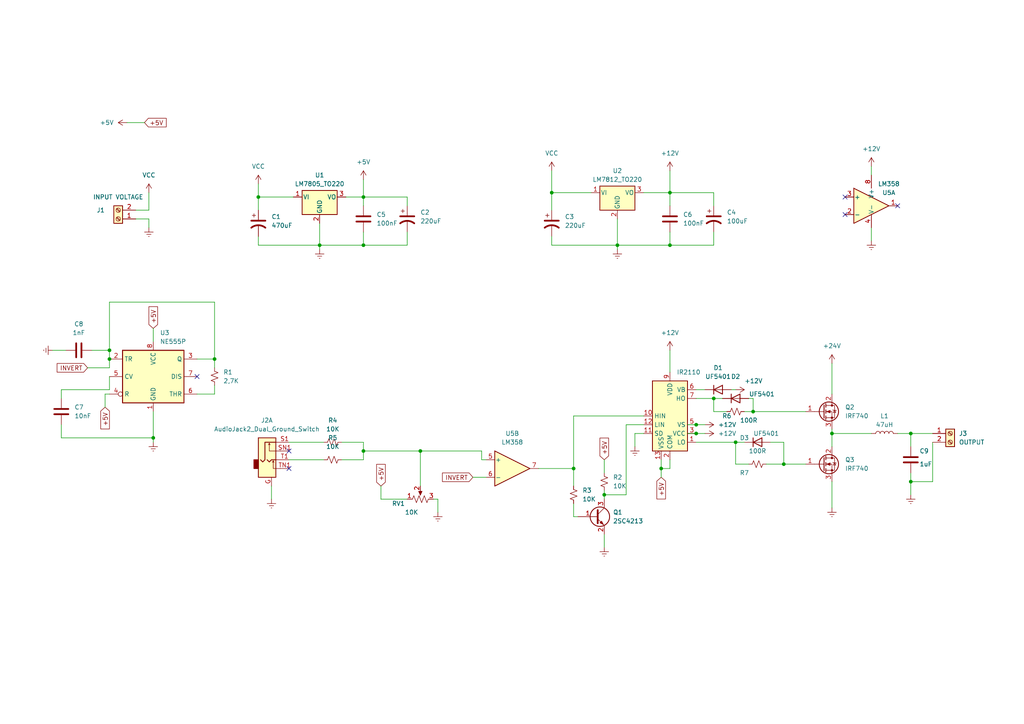
<source format=kicad_sch>
(kicad_sch (version 20230121) (generator eeschema)
  (paper "A4")
  (lib_symbols
    (symbol "Amplifier_Operational:LM358" (pin_names (offset 0.127))
      (property "Reference" "U" (at 0 5.08 0))
      (property "Value" "LM358" (at 0 -5.08 0))
      (symbol "LM358_1_1"
        (polyline (pts (xy -5.08 5.08) (xy 5.08 0) (xy -5.08 -5.08) (xy -5.08 5.08)) (stroke (width 0.254)) (fill (type background)))
        (pin output line (at 7.62 0 180) (length 2.54) (name "~") (number "1"))
        (pin input line (at -7.62 -2.54 0) (length 2.54) (name "-") (number "2"))
        (pin input line (at -7.62 2.54 0) (length 2.54) (name "+") (number "3"))
      )
      (symbol "LM358_2_1"
        (polyline (pts (xy -5.08 5.08) (xy 5.08 0) (xy -5.08 -5.08) (xy -5.08 5.08)) (stroke (width 0.254)) (fill (type background)))
        (pin input line (at -7.62 2.54 0) (length 2.54) (name "+") (number "5"))
        (pin input line (at -7.62 -2.54 0) (length 2.54) (name "-") (number "6"))
        (pin output line (at 7.62 0 180) (length 2.54) (name "~") (number "7"))
      )
      (symbol "LM358_3_1"
        (pin power_in line (at -2.54 -7.62 90) (length 3.81) (name "V-") (number "4"))
        (pin power_in line (at -2.54 7.62 270) (length 3.81) (name "V+") (number "8"))
      )
    )
    (symbol "Connector:Screw_Terminal_01x02" (pin_names (offset 1.016) hide)
      (property "Reference" "J" (at 0 2.54 0))
      (property "Value" "Screw_Terminal_01x02" (at 0 -5.08 0))
      (symbol "Screw_Terminal_01x02_1_1"
        (rectangle (start -1.27 1.27) (end 1.27 -3.81) (stroke (width 0.254)) (fill (type background)))
        (circle (center 0 -2.54) (radius 0.635) (stroke (width 0.1524)))
        (polyline (pts (xy -0.5334 -2.2098) (xy 0.3302 -3.048)) (stroke (width 0.1524)))
        (polyline (pts (xy -0.5334 0.3302) (xy 0.3302 -0.508)) (stroke (width 0.1524)))
        (polyline (pts (xy -0.3556 -2.032) (xy 0.508 -2.8702)) (stroke (width 0.1524)))
        (polyline (pts (xy -0.3556 0.508) (xy 0.508 -0.3302)) (stroke (width 0.1524)))
        (circle (center 0 0) (radius 0.635) (stroke (width 0.1524)))
        (pin passive line (at -5.08 0 0) (length 3.81) (name "Pin_1") (number "1"))
        (pin passive line (at -5.08 -2.54 0) (length 3.81) (name "Pin_2") (number "2"))
      )
    )
    (symbol "Connector_Audio:AudioJack2_Dual_Ground_Switch"
      (property "Reference" "J" (at 0 11.43 0))
      (property "Value" "AudioJack2_Dual_Ground_Switch" (at 0 8.89 0))
      (symbol "AudioJack2_Dual_Ground_Switch_0_1"
        (rectangle (start -5.08 0) (end -3.81 -2.54) (stroke (width 0.254)) (fill (type outline)))
        (polyline (pts (xy -0.635 4.826) (xy -0.381 4.318)))
        (polyline (pts (xy 0.508 -0.254) (xy 0.762 -0.762)))
        (polyline (pts (xy 1.27 -2.54) (xy 2.54 -2.54)))
        (polyline (pts (xy 1.27 2.54) (xy 2.54 2.54)))
        (polyline (pts (xy 2.54 0) (xy 1.27 0)))
        (polyline (pts (xy 2.54 5.08) (xy 1.27 5.08)))
        (polyline (pts (xy -1.27 0) (xy -0.635 -0.635) (xy 0 0) (xy 1.27 0)) (stroke (width 0.254)))
        (polyline (pts (xy 1.27 -2.54) (xy 0.508 -2.54) (xy 0.508 -0.254) (xy 0.254 -0.762)))
        (polyline (pts (xy 1.27 2.54) (xy -0.635 2.54) (xy -0.635 4.826) (xy -0.889 4.318)))
        (polyline (pts (xy 1.27 5.08) (xy -1.905 5.08) (xy -1.905 0) (xy -2.54 -0.635) (xy -3.175 0)) (stroke (width 0.254)))
        (rectangle (start 1.27 6.35) (end -3.81 -5.08) (stroke (width 0.254)) (fill (type background)))
      )
      (symbol "AudioJack2_Dual_Ground_Switch_1_1"
        (pin passive line (at 0 -7.62 90) (length 2.54) (name "~") (number "G"))
        (pin passive line (at 5.08 5.08 180) (length 2.54) (name "~") (number "S1"))
        (pin passive line (at 5.08 2.54 180) (length 2.54) (name "~") (number "SN1"))
        (pin passive line (at 5.08 0 180) (length 2.54) (name "~") (number "T1"))
        (pin passive line (at 5.08 -2.54 180) (length 2.54) (name "~") (number "TN1"))
      )
      (symbol "AudioJack2_Dual_Ground_Switch_2_1"
        (pin passive line (at 5.08 5.08 180) (length 2.54) (name "~") (number "S2"))
        (pin passive line (at 5.08 2.54 180) (length 2.54) (name "~") (number "SN2"))
        (pin passive line (at 5.08 0 180) (length 2.54) (name "~") (number "T2"))
        (pin passive line (at 5.08 -2.54 180) (length 2.54) (name "~") (number "TN2"))
      )
    )
    (symbol "Device:C" (pin_numbers hide) (pin_names (offset 0.254))
      (property "Reference" "C" (at 0.635 2.54 0))
      (property "Value" "C" (at 0.635 -2.54 0))
      (symbol "C_0_1"
        (polyline (pts (xy -2.032 -0.762) (xy 2.032 -0.762)) (stroke (width 0.508)))
        (polyline (pts (xy -2.032 0.762) (xy 2.032 0.762)) (stroke (width 0.508)))
      )
      (symbol "C_1_1"
        (pin passive line (at 0 3.81 270) (length 2.794) (name "~") (number "1"))
        (pin passive line (at 0 -3.81 90) (length 2.794) (name "~") (number "2"))
      )
    )
    (symbol "Device:C_Polarized_US" (pin_numbers hide) (pin_names (offset 0.254) hide)
      (property "Reference" "C" (at 0.635 2.54 0))
      (property "Value" "C_Polarized_US" (at 0.635 -2.54 0))
      (symbol "C_Polarized_US_0_1"
        (polyline (pts (xy -2.032 0.762) (xy 2.032 0.762)) (stroke (width 0.508)))
        (polyline (pts (xy -1.778 2.286) (xy -0.762 2.286)))
        (polyline (pts (xy -1.27 1.778) (xy -1.27 2.794)))
        (arc (start 2.032 -1.27) (mid 0 -0.5572) (end -2.032 -1.27) (stroke (width 0.508)))
      )
      (symbol "C_Polarized_US_1_1"
        (pin passive line (at 0 3.81 270) (length 2.794) (name "~") (number "1"))
        (pin passive line (at 0 -3.81 90) (length 3.302) (name "~") (number "2"))
      )
    )
    (symbol "Device:L" (pin_numbers hide) (pin_names (offset 1.016) hide)
      (property "Reference" "L" (at -1.27 0 90))
      (property "Value" "L" (at 1.905 0 90))
      (symbol "L_0_1"
        (arc (start 0 -2.54) (mid 0.6323 -1.905) (end 0 -1.27))
        (arc (start 0 -1.27) (mid 0.6323 -0.635) (end 0 0))
        (arc (start 0 0) (mid 0.6323 0.635) (end 0 1.27))
        (arc (start 0 1.27) (mid 0.6323 1.905) (end 0 2.54))
      )
      (symbol "L_1_1"
        (pin passive line (at 0 3.81 270) (length 1.27) (name "1") (number "1"))
        (pin passive line (at 0 -3.81 90) (length 1.27) (name "2") (number "2"))
      )
    )
    (symbol "Device:R_Potentiometer_US" (pin_names (offset 1.016) hide)
      (property "Reference" "RV" (at -4.445 0 90))
      (property "Value" "R_Potentiometer_US" (at -2.54 0 90))
      (symbol "R_Potentiometer_US_0_1"
        (polyline (pts (xy 0 -2.286) (xy 0 -2.54)))
        (polyline (pts (xy 0 2.54) (xy 0 2.286)))
        (polyline (pts (xy 2.54 0) (xy 1.524 0)))
        (polyline (pts (xy 1.143 0) (xy 2.286 0.508) (xy 2.286 -0.508) (xy 1.143 0)) (fill (type outline)))
        (polyline (pts (xy 0 -0.762) (xy 1.016 -1.143) (xy 0 -1.524) (xy -1.016 -1.905) (xy 0 -2.286)))
        (polyline (pts (xy 0 0.762) (xy 1.016 0.381) (xy 0 0) (xy -1.016 -0.381) (xy 0 -0.762)))
        (polyline (pts (xy 0 2.286) (xy 1.016 1.905) (xy 0 1.524) (xy -1.016 1.143) (xy 0 0.762)))
      )
      (symbol "R_Potentiometer_US_1_1"
        (pin passive line (at 0 3.81 270) (length 1.27) (name "1") (number "1"))
        (pin passive line (at 3.81 0 180) (length 1.27) (name "2") (number "2"))
        (pin passive line (at 0 -3.81 90) (length 1.27) (name "3") (number "3"))
      )
    )
    (symbol "Device:R_Small_US" (pin_numbers hide) (pin_names (offset 0.254) hide)
      (property "Reference" "R" (at 0.762 0.508 0))
      (property "Value" "R_Small_US" (at 0.762 -1.016 0))
      (symbol "R_Small_US_1_1"
        (polyline (pts (xy 0 0) (xy 1.016 -0.381) (xy 0 -0.762) (xy -1.016 -1.143) (xy 0 -1.524)))
        (polyline (pts (xy 0 1.524) (xy 1.016 1.143) (xy 0 0.762) (xy -1.016 0.381) (xy 0 0)))
        (pin passive line (at 0 2.54 270) (length 1.016) (name "~") (number "1"))
        (pin passive line (at 0 -2.54 90) (length 1.016) (name "~") (number "2"))
      )
    )
    (symbol "Diode:UF5401" (pin_numbers hide) (pin_names hide)
      (property "Reference" "D" (at 0 2.54 0))
      (property "Value" "UF5401" (at 0 -2.54 0))
      (symbol "UF5401_0_1"
        (polyline (pts (xy -1.27 1.27) (xy -1.27 -1.27)) (stroke (width 0.254)))
        (polyline (pts (xy 1.27 0) (xy -1.27 0)))
        (polyline (pts (xy 1.27 1.27) (xy 1.27 -1.27) (xy -1.27 0) (xy 1.27 1.27)) (stroke (width 0.254)))
      )
      (symbol "UF5401_1_1"
        (pin passive line (at -3.81 0 0) (length 2.54) (name "K") (number "1"))
        (pin passive line (at 3.81 0 180) (length 2.54) (name "A") (number "2"))
      )
    )
    (symbol "Driver_FET:IR2110"
      (property "Reference" "U" (at 1.27 13.335 0))
      (property "Value" "IR2110" (at 1.27 11.43 0))
      (symbol "IR2110_0_1"
        (rectangle (start -5.08 -10.16) (end 5.08 10.16) (stroke (width 0.254)) (fill (type background)))
      )
      (symbol "IR2110_1_1"
        (pin output line (at 7.62 -7.62 180) (length 2.54) (name "LO") (number "1"))
        (pin input line (at -7.62 0 0) (length 2.54) (name "HIN") (number "10"))
        (pin input line (at -7.62 -5.08 0) (length 2.54) (name "SD") (number "11"))
        (pin input line (at -7.62 -2.54 0) (length 2.54) (name "LIN") (number "12"))
        (pin power_in line (at -2.54 -12.7 90) (length 2.54) (name "VSS") (number "13"))
        (pin no_connect line (at -5.08 2.54 0) (length 2.54) hide (name "NC") (number "14"))
        (pin power_in line (at 0 -12.7 90) (length 2.54) (name "COM") (number "2"))
        (pin power_in line (at 7.62 -5.08 180) (length 2.54) (name "VCC") (number "3"))
        (pin no_connect line (at -5.08 7.62 0) (length 2.54) hide (name "NC") (number "4"))
        (pin passive line (at 7.62 -2.54 180) (length 2.54) (name "VS") (number "5"))
        (pin passive line (at 7.62 7.62 180) (length 2.54) (name "VB") (number "6"))
        (pin output line (at 7.62 5.08 180) (length 2.54) (name "HO") (number "7"))
        (pin no_connect line (at -5.08 5.08 0) (length 2.54) hide (name "NC") (number "8"))
        (pin power_in line (at 0 12.7 270) (length 2.54) (name "VDD") (number "9"))
      )
    )
    (symbol "Regulator_Linear:LM7805_TO220" (pin_names (offset 0.254))
      (property "Reference" "U" (at -3.81 3.175 0))
      (property "Value" "LM7805_TO220" (at 0 3.175 0))
      (symbol "LM7805_TO220_0_1"
        (rectangle (start -5.08 1.905) (end 5.08 -5.08) (stroke (width 0.254)) (fill (type background)))
      )
      (symbol "LM7805_TO220_1_1"
        (pin power_in line (at -7.62 0 0) (length 2.54) (name "VI") (number "1"))
        (pin power_in line (at 0 -7.62 90) (length 2.54) (name "GND") (number "2"))
        (pin power_out line (at 7.62 0 180) (length 2.54) (name "VO") (number "3"))
      )
    )
    (symbol "Regulator_Linear:LM7812_TO220" (pin_names (offset 0.254))
      (property "Reference" "U" (at -3.81 3.175 0))
      (property "Value" "LM7812_TO220" (at 0 3.175 0))
      (symbol "LM7812_TO220_0_1"
        (rectangle (start -5.08 1.905) (end 5.08 -5.08) (stroke (width 0.254)) (fill (type background)))
      )
      (symbol "LM7812_TO220_1_1"
        (pin power_in line (at -7.62 0 0) (length 2.54) (name "VI") (number "1"))
        (pin power_in line (at 0 -7.62 90) (length 2.54) (name "GND") (number "2"))
        (pin power_out line (at 7.62 0 180) (length 2.54) (name "VO") (number "3"))
      )
    )
    (symbol "Timer:NE555P"
      (property "Reference" "U" (at -10.16 8.89 0))
      (property "Value" "NE555P" (at 2.54 8.89 0))
      (symbol "NE555P_0_0"
        (pin power_in line (at 0 -10.16 90) (length 2.54) (name "GND") (number "1"))
        (pin power_in line (at 0 10.16 270) (length 2.54) (name "VCC") (number "8"))
      )
      (symbol "NE555P_0_1"
        (rectangle (start -8.89 -7.62) (end 8.89 7.62) (stroke (width 0.254)) (fill (type background)))
        (rectangle (start -8.89 -7.62) (end 8.89 7.62) (stroke (width 0.254)) (fill (type background)))
      )
      (symbol "NE555P_1_1"
        (pin input line (at -12.7 5.08 0) (length 3.81) (name "TR") (number "2"))
        (pin output line (at 12.7 5.08 180) (length 3.81) (name "Q") (number "3"))
        (pin input inverted (at -12.7 -5.08 0) (length 3.81) (name "R") (number "4"))
        (pin input line (at -12.7 0 0) (length 3.81) (name "CV") (number "5"))
        (pin input line (at 12.7 -5.08 180) (length 3.81) (name "THR") (number "6"))
        (pin input line (at 12.7 0 180) (length 3.81) (name "DIS") (number "7"))
      )
    )
    (symbol "Transistor_BJT:2SC4213" (pin_names (offset 0) hide)
      (property "Reference" "Q" (at 5.08 1.905 0))
      (property "Value" "2SC4213" (at 5.08 0 0))
      (symbol "2SC4213_0_1"
        (polyline (pts (xy 0.635 0.635) (xy 2.54 2.54)))
        (polyline (pts (xy 0.635 -0.635) (xy 2.54 -2.54) (xy 2.54 -2.54)))
        (polyline (pts (xy 0.635 1.905) (xy 0.635 -1.905) (xy 0.635 -1.905)) (stroke (width 0.508)))
        (polyline (pts (xy 1.27 -1.778) (xy 1.778 -1.27) (xy 2.286 -2.286) (xy 1.27 -1.778) (xy 1.27 -1.778)) (fill (type outline)))
        (circle (center 1.27 0) (radius 2.8194) (stroke (width 0.254)))
      )
      (symbol "2SC4213_1_1"
        (pin input line (at -5.08 0 0) (length 5.715) (name "B") (number "1"))
        (pin passive line (at 2.54 -5.08 90) (length 2.54) (name "E") (number "2"))
        (pin passive line (at 2.54 5.08 270) (length 2.54) (name "C") (number "3"))
      )
    )
    (symbol "Transistor_FET:IRF740" (pin_names hide)
      (property "Reference" "Q" (at 6.35 1.905 0))
      (property "Value" "IRF740" (at 6.35 0 0))
      (symbol "IRF740_0_1"
        (polyline (pts (xy 0.254 0) (xy -2.54 0)))
        (polyline (pts (xy 0.254 1.905) (xy 0.254 -1.905)) (stroke (width 0.254)))
        (polyline (pts (xy 0.762 -1.27) (xy 0.762 -2.286)) (stroke (width 0.254)))
        (polyline (pts (xy 0.762 0.508) (xy 0.762 -0.508)) (stroke (width 0.254)))
        (polyline (pts (xy 0.762 2.286) (xy 0.762 1.27)) (stroke (width 0.254)))
        (polyline (pts (xy 2.54 2.54) (xy 2.54 1.778)))
        (polyline (pts (xy 2.54 -2.54) (xy 2.54 0) (xy 0.762 0)))
        (polyline (pts (xy 0.762 -1.778) (xy 3.302 -1.778) (xy 3.302 1.778) (xy 0.762 1.778)))
        (polyline (pts (xy 1.016 0) (xy 2.032 0.381) (xy 2.032 -0.381) (xy 1.016 0)) (fill (type outline)))
        (polyline (pts (xy 2.794 0.508) (xy 2.921 0.381) (xy 3.683 0.381) (xy 3.81 0.254)))
        (polyline (pts (xy 3.302 0.381) (xy 2.921 -0.254) (xy 3.683 -0.254) (xy 3.302 0.381)))
        (circle (center 1.651 0) (radius 2.794) (stroke (width 0.254)))
        (circle (center 2.54 -1.778) (radius 0.254) (fill (type outline)))
        (circle (center 2.54 1.778) (radius 0.254) (fill (type outline)))
      )
      (symbol "IRF740_1_1"
        (pin input line (at -5.08 0 0) (length 2.54) (name "G") (number "1"))
        (pin passive line (at 2.54 5.08 270) (length 2.54) (name "D") (number "2"))
        (pin passive line (at 2.54 -5.08 90) (length 2.54) (name "S") (number "3"))
      )
    )
    (symbol "power:+12V" (power) (pin_names (offset 0))
      (property "Value" "+12V" (at 0 3.556 0))
      (symbol "+12V_0_1"
        (polyline (pts (xy -0.762 1.27) (xy 0 2.54)))
        (polyline (pts (xy 0 0) (xy 0 2.54)))
        (polyline (pts (xy 0 2.54) (xy 0.762 1.27)))
      )
      (symbol "+12V_1_1"
        (pin power_in line (at 0 0 90) (length 0) hide (name "+12V") (number "1"))
      )
    )
    (symbol "power:+24V" (power) (pin_names (offset 0))
      (property "Value" "+24V" (at 0 3.556 0))
      (symbol "+24V_0_1"
        (polyline (pts (xy -0.762 1.27) (xy 0 2.54)))
        (polyline (pts (xy 0 0) (xy 0 2.54)))
        (polyline (pts (xy 0 2.54) (xy 0.762 1.27)))
      )
      (symbol "+24V_1_1"
        (pin power_in line (at 0 0 90) (length 0) hide (name "+24V") (number "1"))
      )
    )
    (symbol "power:+5V" (power) (pin_names (offset 0))
      (property "Value" "+5V" (at 0 3.556 0))
      (symbol "+5V_0_1"
        (polyline (pts (xy -0.762 1.27) (xy 0 2.54)))
        (polyline (pts (xy 0 0) (xy 0 2.54)))
        (polyline (pts (xy 0 2.54) (xy 0.762 1.27)))
      )
      (symbol "+5V_1_1"
        (pin power_in line (at 0 0 90) (length 0) hide (name "+5V") (number "1"))
      )
    )
    (symbol "power:Earth" (power) (pin_names (offset 0))
      (symbol "Earth_0_1"
        (polyline (pts (xy -0.635 -1.905) (xy 0.635 -1.905)))
        (polyline (pts (xy -0.127 -2.54) (xy 0.127 -2.54)))
        (polyline (pts (xy 0 -1.27) (xy 0 0)))
        (polyline (pts (xy 1.27 -1.27) (xy -1.27 -1.27)))
      )
      (symbol "Earth_1_1"
        (pin power_in line (at 0 0 270) (length 0) hide (name "Earth") (number "1"))
      )
    )
    (symbol "power:VCC" (power) (pin_names (offset 0))
      (property "Value" "VCC" (at 0 3.81 0))
      (symbol "VCC_0_1"
        (polyline (pts (xy -0.762 1.27) (xy 0 2.54)))
        (polyline (pts (xy 0 0) (xy 0 2.54)))
        (polyline (pts (xy 0 2.54) (xy 0.762 1.27)))
      )
      (symbol "VCC_1_1"
        (pin power_in line (at 0 0 90) (length 0) hide (name "VCC") (number "1"))
      )
    )
  )
  (junction (at 201.93 123.19))
  (junction (at 166.37 135.89))
  (junction (at 218.44 119.38))
  (junction (at 74.93 57.15))
  (junction (at 31.75 101.6))
  (junction (at 105.41 71.12))
  (junction (at 227.33 134.62))
  (junction (at 194.31 71.12))
  (junction (at 207.01 115.57))
  (junction (at 105.41 57.15))
  (junction (at 191.77 135.89))
  (junction (at 105.41 130.81))
  (junction (at 194.31 55.88))
  (junction (at 264.16 139.7))
  (junction (at 160.02 55.88))
  (junction (at 121.92 130.81))
  (junction (at 175.26 143.51))
  (junction (at 62.23 104.14))
  (junction (at 241.3 125.73))
  (junction (at 179.07 71.12))
  (junction (at 201.93 125.73))
  (junction (at 264.16 125.73))
  (junction (at 92.71 71.12))
  (junction (at 31.75 104.14))
  (junction (at 44.45 127))
  (junction (at 213.36 128.27))
  (no_connect (at 260.35 59.69))
  (no_connect (at 245.11 57.15))
  (no_connect (at 245.11 62.23))
  (no_connect (at 57.15 109.22))
  (no_connect (at 83.82 135.89))
  (no_connect (at 83.82 130.81))
  (wire (pts (xy 201.93 115.57) (xy 207.01 115.57)))
  (wire (pts (xy 44.45 95.25) (xy 44.45 99.06)))
  (wire (pts (xy 31.75 106.68) (xy 31.75 104.14)))
  (wire (pts (xy 194.31 71.12) (xy 179.07 71.12)))
  (wire (pts (xy 191.77 133.35) (xy 191.77 135.89)))
  (wire (pts (xy 57.15 114.3) (xy 62.23 114.3)))
  (wire (pts (xy 175.26 133.35) (xy 175.26 137.16)))
  (wire (pts (xy 17.78 123.19) (xy 17.78 127)))
  (wire (pts (xy 137.16 138.43) (xy 140.97 138.43)))
  (wire (pts (xy 218.44 119.38) (xy 233.68 119.38)))
  (wire (pts (xy 125.73 144.78) (xy 127 144.78)))
  (wire (pts (xy 105.41 130.81) (xy 121.92 130.81)))
  (wire (pts (xy 160.02 49.53) (xy 160.02 55.88)))
  (wire (pts (xy 241.3 139.7) (xy 241.3 147.32)))
  (wire (pts (xy 207.01 59.69) (xy 207.01 55.88)))
  (wire (pts (xy 207.01 67.31) (xy 207.01 71.12)))
  (wire (pts (xy 92.71 64.77) (xy 92.71 71.12)))
  (wire (pts (xy 194.31 67.31) (xy 194.31 71.12)))
  (wire (pts (xy 105.41 59.69) (xy 105.41 57.15)))
  (wire (pts (xy 44.45 119.38) (xy 44.45 127)))
  (wire (pts (xy 201.93 128.27) (xy 213.36 128.27)))
  (wire (pts (xy 140.97 133.35) (xy 139.7 133.35)))
  (wire (pts (xy 194.31 55.88) (xy 194.31 59.69)))
  (wire (pts (xy 241.3 125.73) (xy 252.73 125.73)))
  (wire (pts (xy 191.77 135.89) (xy 191.77 138.43)))
  (wire (pts (xy 207.01 115.57) (xy 209.55 115.57)))
  (wire (pts (xy 241.3 124.46) (xy 241.3 125.73)))
  (wire (pts (xy 78.74 140.97) (xy 78.74 144.78)))
  (wire (pts (xy 227.33 134.62) (xy 222.25 134.62)))
  (wire (pts (xy 223.52 128.27) (xy 227.33 128.27)))
  (wire (pts (xy 36.83 35.56) (xy 41.91 35.56)))
  (wire (pts (xy 194.31 135.89) (xy 191.77 135.89)))
  (wire (pts (xy 110.49 140.97) (xy 110.49 144.78)))
  (wire (pts (xy 99.06 128.27) (xy 105.41 128.27)))
  (wire (pts (xy 227.33 128.27) (xy 227.33 134.62)))
  (wire (pts (xy 166.37 140.97) (xy 166.37 135.89)))
  (wire (pts (xy 57.15 104.14) (xy 62.23 104.14)))
  (wire (pts (xy 105.41 133.35) (xy 99.06 133.35)))
  (wire (pts (xy 105.41 57.15) (xy 118.11 57.15)))
  (wire (pts (xy 17.78 127) (xy 44.45 127)))
  (wire (pts (xy 17.78 113.03) (xy 17.78 115.57)))
  (wire (pts (xy 194.31 101.6) (xy 194.31 107.95)))
  (wire (pts (xy 186.69 125.73) (xy 184.15 125.73)))
  (wire (pts (xy 260.35 125.73) (xy 264.16 125.73)))
  (wire (pts (xy 166.37 146.05) (xy 166.37 149.86)))
  (wire (pts (xy 83.82 128.27) (xy 93.98 128.27)))
  (wire (pts (xy 30.48 118.11) (xy 30.48 114.3)))
  (wire (pts (xy 201.93 123.19) (xy 204.47 123.19)))
  (wire (pts (xy 139.7 133.35) (xy 139.7 130.81)))
  (wire (pts (xy 105.41 67.31) (xy 105.41 71.12)))
  (wire (pts (xy 179.07 72.39) (xy 179.07 71.12)))
  (wire (pts (xy 31.75 87.63) (xy 31.75 101.6)))
  (wire (pts (xy 213.36 128.27) (xy 215.9 128.27)))
  (wire (pts (xy 160.02 68.58) (xy 160.02 71.12)))
  (wire (pts (xy 39.37 60.96) (xy 43.18 60.96)))
  (wire (pts (xy 121.92 130.81) (xy 121.92 140.97)))
  (wire (pts (xy 186.69 123.19) (xy 181.61 123.19)))
  (wire (pts (xy 181.61 143.51) (xy 175.26 143.51)))
  (wire (pts (xy 74.93 57.15) (xy 74.93 53.34)))
  (wire (pts (xy 201.93 125.73) (xy 204.47 125.73)))
  (wire (pts (xy 43.18 63.5) (xy 43.18 66.04)))
  (wire (pts (xy 139.7 130.81) (xy 121.92 130.81)))
  (wire (pts (xy 217.17 115.57) (xy 218.44 115.57)))
  (wire (pts (xy 175.26 143.51) (xy 175.26 144.78)))
  (wire (pts (xy 186.69 120.65) (xy 166.37 120.65)))
  (wire (pts (xy 118.11 59.69) (xy 118.11 57.15)))
  (wire (pts (xy 26.67 101.6) (xy 31.75 101.6)))
  (wire (pts (xy 175.26 154.94) (xy 175.26 158.75)))
  (wire (pts (xy 160.02 55.88) (xy 171.45 55.88)))
  (wire (pts (xy 252.73 66.04) (xy 252.73 69.85)))
  (wire (pts (xy 213.36 128.27) (xy 213.36 134.62)))
  (wire (pts (xy 118.11 71.12) (xy 105.41 71.12)))
  (wire (pts (xy 207.01 119.38) (xy 207.01 115.57)))
  (wire (pts (xy 118.11 67.31) (xy 118.11 71.12)))
  (wire (pts (xy 218.44 119.38) (xy 215.9 119.38)))
  (wire (pts (xy 166.37 149.86) (xy 167.64 149.86)))
  (wire (pts (xy 62.23 104.14) (xy 62.23 87.63)))
  (wire (pts (xy 201.93 113.03) (xy 204.47 113.03)))
  (wire (pts (xy 31.75 113.03) (xy 17.78 113.03)))
  (wire (pts (xy 15.24 101.6) (xy 19.05 101.6)))
  (wire (pts (xy 31.75 109.22) (xy 31.75 113.03)))
  (wire (pts (xy 85.09 57.15) (xy 74.93 57.15)))
  (wire (pts (xy 105.41 52.07) (xy 105.41 57.15)))
  (wire (pts (xy 179.07 63.5) (xy 179.07 71.12)))
  (wire (pts (xy 43.18 60.96) (xy 43.18 55.88)))
  (wire (pts (xy 127 144.78) (xy 127 148.59)))
  (wire (pts (xy 39.37 63.5) (xy 43.18 63.5)))
  (wire (pts (xy 212.09 113.03) (xy 213.36 113.03)))
  (wire (pts (xy 218.44 115.57) (xy 218.44 119.38)))
  (wire (pts (xy 241.3 125.73) (xy 241.3 129.54)))
  (wire (pts (xy 264.16 125.73) (xy 270.51 125.73)))
  (wire (pts (xy 166.37 135.89) (xy 156.21 135.89)))
  (wire (pts (xy 25.4 106.68) (xy 31.75 106.68)))
  (wire (pts (xy 186.69 55.88) (xy 194.31 55.88)))
  (wire (pts (xy 217.17 134.62) (xy 213.36 134.62)))
  (wire (pts (xy 166.37 120.65) (xy 166.37 135.89)))
  (wire (pts (xy 160.02 55.88) (xy 160.02 60.96)))
  (wire (pts (xy 62.23 87.63) (xy 31.75 87.63)))
  (wire (pts (xy 92.71 71.12) (xy 92.71 72.39)))
  (wire (pts (xy 199.39 123.19) (xy 201.93 123.19)))
  (wire (pts (xy 264.16 129.54) (xy 264.16 125.73)))
  (wire (pts (xy 62.23 104.14) (xy 62.23 106.68)))
  (wire (pts (xy 105.41 128.27) (xy 105.41 130.81)))
  (wire (pts (xy 74.93 68.58) (xy 74.93 71.12)))
  (wire (pts (xy 227.33 134.62) (xy 233.68 134.62)))
  (wire (pts (xy 31.75 101.6) (xy 31.75 104.14)))
  (wire (pts (xy 252.73 48.26) (xy 252.73 50.8)))
  (wire (pts (xy 105.41 130.81) (xy 105.41 133.35)))
  (wire (pts (xy 62.23 114.3) (xy 62.23 111.76)))
  (wire (pts (xy 207.01 71.12) (xy 194.31 71.12)))
  (wire (pts (xy 199.39 125.73) (xy 201.93 125.73)))
  (wire (pts (xy 181.61 123.19) (xy 181.61 143.51)))
  (wire (pts (xy 264.16 137.16) (xy 264.16 139.7)))
  (wire (pts (xy 194.31 133.35) (xy 194.31 135.89)))
  (wire (pts (xy 105.41 71.12) (xy 92.71 71.12)))
  (wire (pts (xy 30.48 114.3) (xy 31.75 114.3)))
  (wire (pts (xy 184.15 125.73) (xy 184.15 129.54)))
  (wire (pts (xy 264.16 139.7) (xy 264.16 143.51)))
  (wire (pts (xy 74.93 57.15) (xy 74.93 60.96)))
  (wire (pts (xy 74.93 71.12) (xy 92.71 71.12)))
  (wire (pts (xy 105.41 57.15) (xy 100.33 57.15)))
  (wire (pts (xy 270.51 139.7) (xy 264.16 139.7)))
  (wire (pts (xy 160.02 71.12) (xy 179.07 71.12)))
  (wire (pts (xy 175.26 142.24) (xy 175.26 143.51)))
  (wire (pts (xy 207.01 55.88) (xy 194.31 55.88)))
  (wire (pts (xy 44.45 127) (xy 44.45 128.27)))
  (wire (pts (xy 194.31 49.53) (xy 194.31 55.88)))
  (wire (pts (xy 110.49 144.78) (xy 118.11 144.78)))
  (wire (pts (xy 270.51 128.27) (xy 270.51 139.7)))
  (wire (pts (xy 210.82 119.38) (xy 207.01 119.38)))
  (wire (pts (xy 83.82 133.35) (xy 93.98 133.35)))
  (wire (pts (xy 241.3 105.41) (xy 241.3 114.3)))
  (global_label "+5V" (shape input) (at 110.49 140.97 90) (property "Intersheetrefs" "${INTERSHEET_REFS}" (effects hide)))
  (global_label "+5V" (shape input) (at 30.48 118.11 270) (property "Intersheetrefs" "${INTERSHEET_REFS}" (effects hide)))
  (global_label "INVERT" (shape input) (at 137.16 138.43 180) (property "Intersheetrefs" "${INTERSHEET_REFS}" (effects hide)))
  (global_label "+5V" (shape input) (at 44.45 95.25 90) (property "Intersheetrefs" "${INTERSHEET_REFS}" (effects hide)))
  (global_label "+5V" (shape input) (at 175.26 133.35 90) (property "Intersheetrefs" "${INTERSHEET_REFS}" (effects hide)))
  (global_label "+5V" (shape input) (at 41.91 35.56 0) (property "Intersheetrefs" "${INTERSHEET_REFS}" (effects hide)))
  (global_label "INVERT" (shape input) (at 25.4 106.68 180) (property "Intersheetrefs" "${INTERSHEET_REFS}" (effects hide)))
  (global_label "+5V" (shape input) (at 191.77 138.43 270) (property "Intersheetrefs" "${INTERSHEET_REFS}" (effects hide)))
  (symbol (lib_id "power:Earth") (at 15.24 101.6 270) (unit 1)
    (property "Reference" "#PWR011" (effects hide))
    (property "Value" "Earth" (effects hide))
  )
  (symbol (lib_id "Device:C_Polarized_US") (at 74.93 64.77 0) (unit 1)
    (property "Reference" "C1" (at 78.74 62.865 0) (effects (justify left)))
    (property "Value" "470uF" (at 78.74 65.405 0) (effects (justify left)))
    (property "Footprint" "Capacitor_THT:C_Radial_D10.0mm_H16.0mm_P5.00mm" (effects hide))
  )
  (symbol (lib_id "Device:C") (at 17.78 119.38 0) (unit 1)
    (property "Reference" "C7" (at 21.59 118.11 0) (effects (justify left)))
    (property "Value" "10nF" (at 21.59 120.65 0) (effects (justify left)))
    (property "Footprint" "Capacitor_THT:C_Disc_D9.0mm_W5.0mm_P5.00mm" (effects hide))
  )
  (symbol (lib_id "Regulator_Linear:LM7805_TO220") (at 92.71 57.15 0) (unit 1)
    (property "Reference" "U1" (at 92.71 50.8 0))
    (property "Value" "LM7805_TO220" (at 92.71 53.34 0))
    (property "Footprint" "Package_TO_SOT_THT:TO-220-3_Vertical" (effects hide))
    (property "Datasheet" "https://www.onsemi.cn/PowerSolutions/document/MC7800-D.PDF" (effects hide))
  )
  (symbol (lib_id "Regulator_Linear:LM7812_TO220") (at 179.07 55.88 0) (unit 1)
    (property "Reference" "U2" (at 179.07 49.53 0))
    (property "Value" "LM7812_TO220" (at 179.07 52.07 0))
    (property "Footprint" "Package_TO_SOT_THT:TO-220-3_Vertical" (effects hide))
    (property "Datasheet" "https://www.onsemi.cn/PowerSolutions/document/MC7800-D.PDF" (effects hide))
  )
  (symbol (lib_id "power:Earth") (at 92.71 72.39 0) (unit 1)
    (property "Reference" "#PWR06" (effects hide))
    (property "Value" "Earth" (effects hide))
  )
  (symbol (lib_id "power:+12V") (at 204.47 125.73 270) (unit 1)
    (property "Reference" "#PWR013" (effects hide))
    (property "Value" "+12V" (at 208.28 125.73 90) (effects (justify left)))
  )
  (symbol (lib_id "Driver_FET:IR2110") (at 194.31 120.65 0) (unit 1)
    (property "Reference" "U4" (effects hide))
    (property "Value" "IR2110" (at 196.2659 107.95 0) (effects (justify left)))
    (property "Footprint" "Package_DIP:DIP-14_W7.62mm" (effects hide))
    (property "Datasheet" "https://www.infineon.com/dgdl/ir2110.pdf?fileId=5546d462533600a4015355c80333167e" (effects hide))
  )
  (symbol (lib_id "Device:C") (at 264.16 133.35 0) (unit 1)
    (property "Reference" "C9" (at 266.7 130.81 0) (effects (justify left)))
    (property "Value" "1uF" (at 266.7 134.62 0) (effects (justify left)))
    (property "Footprint" "Capacitor_THT:C_Disc_D9.0mm_W5.0mm_P7.50mm" (effects hide))
  )
  (symbol (lib_id "Timer:NE555P") (at 44.45 109.22 0) (unit 1)
    (property "Reference" "U3" (at 46.4059 96.52 0) (effects (justify left)))
    (property "Value" "NE555P" (at 46.4059 99.06 0) (effects (justify left)))
    (property "Footprint" "Package_DIP:DIP-8_W7.62mm" (effects hide))
    (property "Datasheet" "http://www.ti.com/lit/ds/symlink/ne555.pdf" (effects hide))
  )
  (symbol (lib_id "Device:R_Small_US") (at 219.71 134.62 90) (unit 1)
    (property "Reference" "R7" (at 215.9 137.16 90))
    (property "Value" "100R" (at 219.71 130.81 90))
    (property "Footprint" "Resistor_THT:R_Axial_DIN0309_L9.0mm_D3.2mm_P12.70mm_Horizontal" (effects hide))
  )
  (symbol (lib_id "power:Earth") (at 44.45 128.27 0) (unit 1)
    (property "Reference" "#PWR02" (effects hide))
    (property "Value" "Earth" (effects hide))
  )
  (symbol (lib_id "Transistor_FET:IRF740") (at 238.76 119.38 0) (unit 1)
    (property "Reference" "Q2" (at 245.11 118.11 0) (effects (justify left)))
    (property "Value" "IRF740" (at 245.11 120.65 0) (effects (justify left)))
    (property "Footprint" "Package_TO_SOT_THT:TO-220-3_Vertical" (effects hide))
    (property "Datasheet" "http://www.vishay.com/docs/91054/91054.pdf" (effects hide))
  )
  (symbol (lib_id "Device:R_Potentiometer_US") (at 121.92 144.78 90) (unit 1)
    (property "Reference" "RV1" (at 115.57 146.05 90))
    (property "Value" "10K" (at 119.38 148.59 90))
    (property "Footprint" "Potentiometer_THT:Potentiometer_Vishay_148-149_Single_Horizontal" (effects hide))
  )
  (symbol (lib_id "power:VCC") (at 74.93 53.34 0) (unit 1)
    (property "Reference" "#PWR05" (effects hide))
    (property "Value" "VCC" (at 74.93 48.26 0))
  )
  (symbol (lib_id "Device:R_Small_US") (at 166.37 143.51 0) (unit 1)
    (property "Reference" "R3" (at 168.91 142.24 0) (effects (justify left)))
    (property "Value" "10K" (at 168.91 144.78 0) (effects (justify left)))
    (property "Footprint" "Resistor_THT:R_Axial_DIN0309_L9.0mm_D3.2mm_P12.70mm_Horizontal" (effects hide))
  )
  (symbol (lib_id "power:Earth") (at 241.3 147.32 0) (unit 1)
    (property "Reference" "#PWR020" (effects hide))
    (property "Value" "Earth" (effects hide))
  )
  (symbol (lib_id "Device:C_Polarized_US") (at 160.02 64.77 0) (unit 1)
    (property "Reference" "C3" (at 163.83 62.865 0) (effects (justify left)))
    (property "Value" "220uF" (at 163.83 65.405 0) (effects (justify left)))
    (property "Footprint" "Capacitor_THT:C_Radial_D10.0mm_H16.0mm_P5.00mm" (effects hide))
  )
  (symbol (lib_id "Amplifier_Operational:LM358") (at 148.59 135.89 0) (unit 2)
    (property "Reference" "U5" (at 148.59 125.73 0))
    (property "Value" "LM358" (at 148.59 128.27 0))
    (property "Datasheet" "http://www.ti.com/lit/ds/symlink/lm2904-n.pdf" (effects hide))
  )
  (symbol (lib_id "power:+5V") (at 36.83 35.56 90) (unit 1)
    (property "Reference" "#PWR010" (effects hide))
    (property "Value" "+5V" (at 33.02 35.56 90) (effects (justify left)))
  )
  (symbol (lib_id "power:Earth") (at 127 148.59 0) (unit 1)
    (property "Reference" "#PWR019" (effects hide))
    (property "Value" "Earth" (effects hide))
  )
  (symbol (lib_id "Diode:UF5401") (at 219.71 128.27 0) (unit 1)
    (property "Reference" "D3" (at 215.9 127 0))
    (property "Value" "UF5401" (at 222.25 125.73 0))
    (property "Footprint" "Diode_THT:D_DO-201AD_P15.24mm_Horizontal" (effects hide))
    (property "Datasheet" "http://www.vishay.com/docs/88756/uf5400.pdf" (effects hide))
    (property "Sim.Device" "D" (effects hide))
    (property "Sim.Pins" "1=K 2=A" (effects hide))
  )
  (symbol (lib_id "Connector:Screw_Terminal_01x02") (at 34.29 63.5 180) (unit 1)
    (property "Reference" "J1" (at 29.21 60.96 0))
    (property "Value" "INPUT VOLTAGE" (at 34.29 57.15 0))
    (property "Footprint" "TerminalBlock:TerminalBlock_bornier-2_P5.08mm" (effects hide))
  )
  (symbol (lib_id "Device:L") (at 256.54 125.73 90) (unit 1)
    (property "Reference" "L1" (at 256.54 120.65 90))
    (property "Value" "47uH" (at 256.54 123.19 90))
    (property "Footprint" "Inductor_THT:L_Axial_L6.6mm_D2.7mm_P10.16mm_Horizontal_Vishay_IM-2" (effects hide))
  )
  (symbol (lib_id "Device:C_Polarized_US") (at 118.11 63.5 0) (unit 1)
    (property "Reference" "C2" (at 121.92 61.595 0) (effects (justify left)))
    (property "Value" "220uF" (at 121.92 64.135 0) (effects (justify left)))
    (property "Footprint" "Capacitor_THT:C_Radial_D10.0mm_H16.0mm_P5.00mm" (effects hide))
  )
  (symbol (lib_id "Device:R_Small_US") (at 96.52 133.35 90) (unit 1)
    (property "Reference" "R5" (at 96.52 127 90))
    (property "Value" "10K" (at 96.52 129.54 90))
    (property "Footprint" "Resistor_THT:R_Axial_DIN0309_L9.0mm_D3.2mm_P12.70mm_Horizontal" (effects hide))
  )
  (symbol (lib_id "power:Earth") (at 175.26 158.75 0) (unit 1)
    (property "Reference" "#PWR017" (effects hide))
    (property "Value" "Earth" (effects hide))
  )
  (symbol (lib_id "power:+5V") (at 105.41 52.07 0) (unit 1)
    (property "Reference" "#PWR07" (effects hide))
    (property "Value" "+5V" (at 105.41 46.99 0))
  )
  (symbol (lib_id "Device:C") (at 194.31 63.5 0) (unit 1)
    (property "Reference" "C6" (at 198.12 62.23 0) (effects (justify left)))
    (property "Value" "100nF" (at 198.12 64.77 0) (effects (justify left)))
    (property "Footprint" "Capacitor_THT:C_Disc_D11.0mm_W5.0mm_P7.50mm" (effects hide))
  )
  (symbol (lib_id "power:Earth") (at 252.73 69.85 0) (unit 1)
    (property "Reference" "#PWR024" (effects hide))
    (property "Value" "Earth" (effects hide))
  )
  (symbol (lib_id "power:VCC") (at 160.02 49.53 0) (unit 1)
    (property "Reference" "#PWR09" (effects hide))
    (property "Value" "VCC" (at 160.02 44.45 0))
  )
  (symbol (lib_id "Amplifier_Operational:LM358") (at 252.73 59.69 0) (unit 1)
    (property "Reference" "U5" (at 257.81 55.88 0))
    (property "Value" "LM358" (at 257.81 53.34 0))
    (property "Datasheet" "http://www.ti.com/lit/ds/symlink/lm2904-n.pdf" (effects hide))
  )
  (symbol (lib_id "power:+24V") (at 241.3 105.41 0) (unit 1)
    (property "Reference" "#PWR021" (effects hide))
    (property "Value" "+24V" (at 241.3 100.33 0))
  )
  (symbol (lib_id "Device:R_Small_US") (at 62.23 109.22 180) (unit 1)
    (property "Reference" "R1" (at 64.77 107.95 0) (effects (justify right)))
    (property "Value" "2,7K" (at 64.77 110.49 0) (effects (justify right)))
    (property "Footprint" "Resistor_THT:R_Axial_DIN0411_L9.9mm_D3.6mm_P12.70mm_Horizontal" (effects hide))
  )
  (symbol (lib_id "Device:C") (at 105.41 63.5 0) (unit 1)
    (property "Reference" "C5" (at 109.22 62.23 0) (effects (justify left)))
    (property "Value" "100nF" (at 109.22 64.77 0) (effects (justify left)))
    (property "Footprint" "Capacitor_THT:C_Disc_D11.0mm_W5.0mm_P7.50mm" (effects hide))
  )
  (symbol (lib_id "power:+12V") (at 252.73 48.26 0) (unit 1)
    (property "Reference" "#PWR023" (effects hide))
    (property "Value" "+12V" (at 252.73 43.18 0))
  )
  (symbol (lib_id "power:Earth") (at 184.15 129.54 0) (unit 1)
    (property "Reference" "#PWR016" (effects hide))
    (property "Value" "Earth" (effects hide))
  )
  (symbol (lib_id "power:+12V") (at 204.47 123.19 270) (unit 1)
    (property "Reference" "#PWR015" (effects hide))
    (property "Value" "+12V" (at 208.28 123.19 90) (effects (justify left)))
  )
  (symbol (lib_id "Diode:UF5401") (at 208.28 113.03 0) (unit 1)
    (property "Reference" "D1" (at 208.28 106.68 0))
    (property "Value" "UF5401" (at 208.28 109.22 0))
    (property "Footprint" "Diode_THT:D_DO-201AD_P15.24mm_Horizontal" (effects hide))
    (property "Datasheet" "http://www.vishay.com/docs/88756/uf5400.pdf" (effects hide))
    (property "Sim.Device" "D" (effects hide))
    (property "Sim.Pins" "1=K 2=A" (effects hide))
  )
  (symbol (lib_id "power:VCC") (at 43.18 55.88 0) (unit 1)
    (property "Reference" "#PWR04" (effects hide))
    (property "Value" "VCC" (at 43.18 50.8 0))
  )
  (symbol (lib_id "power:+12V") (at 194.31 49.53 0) (unit 1)
    (property "Reference" "#PWR08" (effects hide))
    (property "Value" "+12V" (at 194.31 44.45 0))
  )
  (symbol (lib_id "Diode:UF5401") (at 213.36 115.57 0) (unit 1)
    (property "Reference" "D2" (at 213.36 109.22 0))
    (property "Value" "UF5401" (at 220.98 114.3 0))
    (property "Footprint" "Diode_THT:D_DO-201AD_P15.24mm_Horizontal" (effects hide))
    (property "Datasheet" "http://www.vishay.com/docs/88756/uf5400.pdf" (effects hide))
    (property "Sim.Device" "D" (effects hide))
    (property "Sim.Pins" "1=K 2=A" (effects hide))
  )
  (symbol (lib_id "Device:R_Small_US") (at 175.26 139.7 0) (unit 1)
    (property "Reference" "R2" (at 177.8 138.43 0) (effects (justify left)))
    (property "Value" "10K" (at 177.8 140.97 0) (effects (justify left)))
    (property "Footprint" "Resistor_THT:R_Axial_DIN0309_L9.0mm_D3.2mm_P12.70mm_Horizontal" (effects hide))
  )
  (symbol (lib_id "power:+12V") (at 213.36 113.03 270) (unit 1)
    (property "Reference" "#PWR014" (effects hide))
    (property "Value" "+12V" (at 215.9 110.49 90) (effects (justify left)))
  )
  (symbol (lib_id "Connector_Audio:AudioJack2_Dual_Ground_Switch") (at 78.74 133.35 0) (unit 1)
    (property "Reference" "J2" (at 77.4065 121.92 0))
    (property "Value" "AudioJack2_Dual_Ground_Switch" (at 77.4065 124.46 0))
  )
  (symbol (lib_id "Device:C_Polarized_US") (at 207.01 63.5 0) (unit 1)
    (property "Reference" "C4" (at 210.82 61.595 0) (effects (justify left)))
    (property "Value" "100uF" (at 210.82 64.135 0) (effects (justify left)))
    (property "Footprint" "Capacitor_THT:C_Radial_D10.0mm_H16.0mm_P5.00mm" (effects hide))
  )
  (symbol (lib_id "Device:R_Small_US") (at 96.52 128.27 90) (unit 1)
    (property "Reference" "R4" (at 96.52 121.92 90))
    (property "Value" "10K" (at 96.52 124.46 90))
    (property "Footprint" "Resistor_THT:R_Axial_DIN0309_L9.0mm_D3.2mm_P12.70mm_Horizontal" (effects hide))
  )
  (symbol (lib_id "Amplifier_Operational:LM358") (at 255.27 58.42 0) (unit 3)
    (property "Reference" "U5" (effects hide))
    (property "Value" "LM358" (effects hide))
    (property "Datasheet" "http://www.ti.com/lit/ds/symlink/lm2904-n.pdf" (effects hide))
  )
  (symbol (lib_id "power:Earth") (at 43.18 66.04 0) (unit 1)
    (property "Reference" "#PWR01" (effects hide))
    (property "Value" "Earth" (effects hide))
  )
  (symbol (lib_id "power:+12V") (at 194.31 101.6 0) (unit 1)
    (property "Reference" "#PWR012" (effects hide))
    (property "Value" "+12V" (at 194.31 96.52 0))
  )
  (symbol (lib_id "power:Earth") (at 78.74 144.78 0) (unit 1)
    (property "Reference" "#PWR018" (effects hide))
    (property "Value" "Earth" (effects hide))
  )
  (symbol (lib_id "Connector:Screw_Terminal_01x02") (at 275.59 125.73 0) (unit 1)
    (property "Reference" "J3" (at 278.13 125.73 0) (effects (justify left)))
    (property "Value" "OUTPUT" (at 278.13 128.27 0) (effects (justify left)))
    (property "Footprint" "TerminalBlock:TerminalBlock_bornier-2_P5.08mm" (effects hide))
  )
  (symbol (lib_id "Transistor_FET:IRF740") (at 238.76 134.62 0) (unit 1)
    (property "Reference" "Q3" (at 245.11 133.35 0) (effects (justify left)))
    (property "Value" "IRF740" (at 245.11 135.89 0) (effects (justify left)))
    (property "Footprint" "Package_TO_SOT_THT:TO-220-3_Vertical" (effects hide))
    (property "Datasheet" "http://www.vishay.com/docs/91054/91054.pdf" (effects hide))
  )
  (symbol (lib_id "power:Earth") (at 264.16 143.51 0) (unit 1)
    (property "Reference" "#PWR022" (effects hide))
    (property "Value" "Earth" (effects hide))
  )
  (symbol (lib_id "Device:R_Small_US") (at 213.36 119.38 90) (unit 1)
    (property "Reference" "R6" (at 210.82 120.65 90))
    (property "Value" "100R" (at 217.17 121.92 90))
    (property "Footprint" "Resistor_THT:R_Axial_DIN0309_L9.0mm_D3.2mm_P12.70mm_Horizontal" (effects hide))
  )
  (symbol (lib_id "power:Earth") (at 179.07 72.39 0) (unit 1)
    (property "Reference" "#PWR03" (effects hide))
    (property "Value" "Earth" (effects hide))
  )
  (symbol (lib_id "Device:C") (at 22.86 101.6 90) (unit 1)
    (property "Reference" "C8" (at 22.86 93.98 90))
    (property "Value" "1nF" (at 22.86 96.52 90))
    (property "Footprint" "Capacitor_THT:C_Disc_D9.0mm_W5.0mm_P5.00mm" (effects hide))
  )
  (symbol (lib_id "Transistor_BJT:2SC4213") (at 172.72 149.86 0) (unit 1)
    (property "Reference" "Q1" (at 177.8 148.59 0) (effects (justify left)))
    (property "Value" "2SC4213" (at 177.8 151.13 0) (effects (justify left)))
    (property "Footprint" "Package_TO_SOT_SMD:SOT-323_SC-70" (effects hide))
    (property "Datasheet" "https://toshiba.semicon-storage.com/info/docget.jsp?did=19305&prodName=2SC4213" (effects hide))
  )
)
</source>
